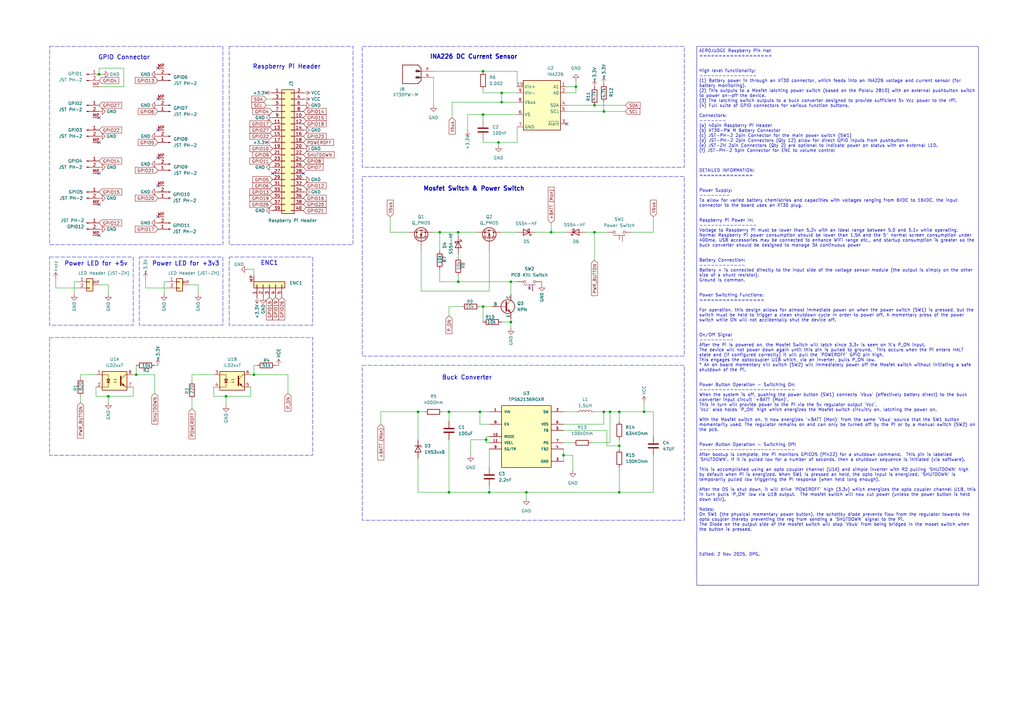
<source format=kicad_sch>
(kicad_sch (version 20250114) (generator "eeschema") (generator_version "9.0")
  (paper "A3")
  (lib_symbols
    (symbol "Connector_Generic:Conn_02x20_Odd_Even" (pin_names (offset 1.016) (hide yes))
      (property "Reference" "J" (at 1.27 25.4 0))
      (property "Value" "Conn_02x20_Odd_Even" (at 1.27 -27.94 0))
      (symbol "Conn_02x20_Odd_Even_1_1"
        (pin passive line (at -5.08 22.86 0) (length 3.81) (name "Pin_1") (number "1"))
        (pin passive line (at -5.08 20.32 0) (length 3.81) (name "Pin_3") (number "3"))
        (pin passive line (at -5.08 17.78 0) (length 3.81) (name "Pin_5") (number "5"))
        (pin passive line (at -5.08 15.24 0) (length 3.81) (name "Pin_7") (number "7"))
        (pin passive line (at -5.08 12.7 0) (length 3.81) (name "Pin_9") (number "9"))
        (pin passive line (at -5.08 10.16 0) (length 3.81) (name "Pin_11") (number "11"))
        (pin passive line (at -5.08 7.62 0) (length 3.81) (name "Pin_13") (number "13"))
        (pin passive line (at -5.08 5.08 0) (length 3.81) (name "Pin_15") (number "15"))
        (pin passive line (at -5.08 2.54 0) (length 3.81) (name "Pin_17") (number "17"))
        (pin passive line (at -5.08 0 0) (length 3.81) (name "Pin_19") (number "19"))
        (pin passive line (at -5.08 -2.54 0) (length 3.81) (name "Pin_21") (number "21"))
        (pin passive line (at -5.08 -5.08 0) (length 3.81) (name "Pin_23") (number "23"))
        (pin passive line (at -5.08 -7.62 0) (length 3.81) (name "Pin_25") (number "25"))
        (pin passive line (at -5.08 -10.16 0) (length 3.81) (name "Pin_27") (number "27"))
        (pin passive line (at -5.08 -12.7 0) (length 3.81) (name "Pin_29") (number "29"))
        (pin passive line (at -5.08 -15.24 0) (length 3.81) (name "Pin_31") (number "31"))
        (pin passive line (at -5.08 -17.78 0) (length 3.81) (name "Pin_33") (number "33"))
        (pin passive line (at -5.08 -20.32 0) (length 3.81) (name "Pin_35") (number "35"))
        (pin passive line (at -5.08 -22.86 0) (length 3.81) (name "Pin_37") (number "37"))
        (pin passive line (at -5.08 -25.4 0) (length 3.81) (name "Pin_39") (number "39"))
        (pin passive line (at 7.62 22.86 180) (length 3.81) (name "Pin_2") (number "2"))
        (pin passive line (at 7.62 20.32 180) (length 3.81) (name "Pin_4") (number "4"))
        (pin passive line (at 7.62 17.78 180) (length 3.81) (name "Pin_6") (number "6"))
        (pin passive line (at 7.62 15.24 180) (length 3.81) (name "Pin_8") (number "8"))
        (pin passive line (at 7.62 12.7 180) (length 3.81) (name "Pin_10") (number "10"))
        (pin passive line (at 7.62 10.16 180) (length 3.81) (name "Pin_12") (number "12"))
        (pin passive line (at 7.62 7.62 180) (length 3.81) (name "Pin_14") (number "14"))
        (pin passive line (at 7.62 5.08 180) (length 3.81) (name "Pin_16") (number "16"))
        (pin passive line (at 7.62 2.54 180) (length 3.81) (name "Pin_18") (number "18"))
        (pin passive line (at 7.62 0 180) (length 3.81) (name "Pin_20") (number "20"))
        (pin passive line (at 7.62 -2.54 180) (length 3.81) (name "Pin_22") (number "22"))
        (pin passive line (at 7.62 -5.08 180) (length 3.81) (name "Pin_24") (number "24"))
        (pin passive line (at 7.62 -7.62 180) (length 3.81) (name "Pin_26") (number "26"))
        (pin passive line (at 7.62 -10.16 180) (length 3.81) (name "Pin_28") (number "28"))
        (pin passive line (at 7.62 -12.7 180) (length 3.81) (name "Pin_30") (number "30"))
        (pin passive line (at 7.62 -15.24 180) (length 3.81) (name "Pin_32") (number "32"))
        (pin passive line (at 7.62 -17.78 180) (length 3.81) (name "Pin_34") (number "34"))
        (pin passive line (at 7.62 -20.32 180) (length 3.81) (name "Pin_36") (number "36"))
        (pin passive line (at 7.62 -22.86 180) (length 3.81) (name "Pin_38") (number "38"))
        (pin passive line (at 7.62 -25.4 180) (length 3.81) (name "Pin_40") (number "40"))
      )
    )
    (symbol "Device:C" (pin_numbers (hide yes)) (pin_names (offset 0.254))
      (property "Reference" "C" (at 0.635 2.54 0))
      (property "Value" "C" (at 0.635 -2.54 0))
      (symbol "C_1_1"
        (pin passive line (at 0 3.81 270) (length 2.794) (name "~") (number "1"))
        (pin passive line (at 0 -3.81 90) (length 2.794) (name "~") (number "2"))
      )
    )
    (symbol "Device:L" (pin_numbers (hide yes)) (pin_names (offset 1.016) (hide yes))
      (property "Reference" "L" (at -1.27 0 90))
      (property "Value" "L" (at 1.905 0 90))
      (symbol "L_1_1"
        (pin passive line (at 0 3.81 270) (length 1.27) (name "1") (number "1"))
        (pin passive line (at 0 -3.81 90) (length 1.27) (name "2") (number "2"))
      )
    )
    (symbol "Device:Q_PMOS" (pin_numbers (hide yes)) (pin_names (offset 0) (hide yes))
      (property "Reference" "Q" (at 5.08 1.27 0))
      (property "Value" "Q_PMOS" (at 5.08 -1.27 0))
      (symbol "Q_PMOS_1_1"
        (pin input line (at -5.08 0 0) (length 2.54) (name "G") (number "G"))
        (pin passive line (at 2.54 5.08 270) (length 2.54) (name "D") (number "D"))
        (pin passive line (at 2.54 -5.08 90) (length 2.54) (name "S") (number "S"))
      )
    )
    (symbol "Device:R" (pin_numbers (hide yes)) (pin_names (offset 0))
      (property "Reference" "R" (at 2.032 0 90))
      (property "Value" "R" (at 0 0 90))
      (symbol "R_1_1"
        (pin passive line (at 0 3.81 270) (length 1.27) (name "~") (number "1"))
        (pin passive line (at 0 -3.81 90) (length 1.27) (name "~") (number "2"))
      )
    )
    (symbol "Diode:1N53xxB" (pin_numbers (hide yes)) (pin_names (hide yes))
      (property "Reference" "D" (at 0 2.54 0))
      (property "Value" "1N53xxB" (at 0 -2.54 0))
      (symbol "1N53xxB_1_1"
        (pin passive line (at -3.81 0 0) (length 2.54) (name "K") (number "1"))
        (pin passive line (at 3.81 0 180) (length 2.54) (name "A") (number "2"))
      )
    )
    (symbol "Diode:1N5822" (pin_numbers (hide yes)) (pin_names (offset 1.016) (hide yes))
      (property "Reference" "D" (at 0 2.54 0))
      (property "Value" "1N5822" (at 0 -2.54 0))
      (symbol "1N5822_1_1"
        (pin passive line (at -3.81 0 0) (length 2.54) (name "K") (number "1"))
        (pin passive line (at 3.81 0 180) (length 2.54) (name "A") (number "2"))
      )
    )
    (symbol "ProjectSymbols:ILD2xxT" (pin_names (offset 1.016))
      (property "Reference" "U" (at -5.08 5.08 0))
      (property "Value" "ILD2xxT" (at 0 5.08 0))
      (symbol "ILD2xxT_1_1"
        (pin passive line (at -7.62 2.54 0) (length 2.54) (name "~") (number "1"))
        (pin passive line (at -7.62 -2.54 0) (length 2.54) (name "~") (number "2"))
        (pin passive line (at 7.62 2.54 180) (length 2.54) (name "~") (number "8"))
        (pin passive line (at 7.62 -2.54 180) (length 2.54) (name "~") (number "7"))
      )
      (symbol "ILD2xxT_2_1"
        (pin passive line (at -7.62 2.54 0) (length 2.54) (name "~") (number "3"))
        (pin passive line (at -7.62 -2.54 0) (length 2.54) (name "~") (number "4"))
        (pin passive line (at 7.62 2.54 180) (length 2.54) (name "~") (number "6"))
        (pin passive line (at 7.62 -2.54 180) (length 2.54) (name "~") (number "5"))
      )
    )
    (symbol "ProjectSymbols:JST-SH-2-SMT" (pin_names (offset 1.016) (hide yes))
      (property "Reference" "J" (at 0 2.54 0))
      (property "Value" "JST-SH-2-SMT" (at 0 -5.08 0))
      (symbol "JST-SH-2-SMT_1_1"
        (pin passive line (at -5.08 0 0) (length 3.81) (name "Pin_1") (number "1"))
        (pin passive line (at -5.08 -2.54 0) (length 3.81) (name "Pin_2") (number "2"))
        (pin unspecified line (at 3.81 -1.27 180) (length 2.54) (name "MP") (number "MP"))
      )
    )
    (symbol "ProjectSymbols:SW_Push_WithMP" (pin_numbers (hide yes)) (pin_names (offset 1.016) (hide yes))
      (property "Reference" "SW" (at 1.27 2.54 0))
      (property "Value" "SW_Push_WithMP" (at 0 -1.524 0))
      (symbol "SW_Push_WithMP_0_1"
        (pin passive line (at -5.08 0 0) (length 2.54) (name "1") (number "1"))
        (pin passive line (at 5.08 0 180) (length 2.54) (name "2") (number "2"))
      )
      (symbol "SW_Push_WithMP_1_1"
        (pin unspecified line (at -1.27 3.81 270) (length 2.54) (name "MP") (number "MP"))
      )
    )
    (symbol "Sensor_Energy:INA226"
      (property "Reference" "U5" (at 2.1433 15.24 0))
      (property "Value" "INA226" (at 2.1433 12.7 0))
      (symbol "INA226_1_1"
        (pin input line (at -10.16 7.62 0) (length 2.54) (name "Vin+") (number "10"))
        (pin input line (at -10.16 5.08 0) (length 2.54) (name "Vin-") (number "9"))
        (pin input line (at -10.16 1.27 0) (length 2.54) (name "Vbus") (number "8"))
        (pin power_in line (at -10.16 -3.81 0) (length 2.54) (name "VS") (number "6"))
        (pin power_in line (at -10.16 -8.89 0) (length 2.54) (name "GND") (number "7"))
        (pin input line (at 10.16 7.62 180) (length 2.54) (name "A1") (number "1"))
        (pin input line (at 10.16 5.08 180) (length 2.54) (name "A0") (number "2"))
        (pin bidirectional line (at 10.16 0 180) (length 2.54) (name "SDA") (number "4"))
        (pin input line (at 10.16 -2.54 180) (length 2.54) (name "SCL") (number "5"))
        (pin open_collector line (at 10.16 -7.62 180) (length 2.54) (name "~{Alert}") (number "3"))
      )
    )
    (symbol "Simulation_SPICE:NPN" (pin_numbers (hide yes)) (pin_names (offset 0))
      (property "Reference" "Q" (at -2.54 7.62 0))
      (property "Value" "NPN" (at -2.54 5.08 0))
      (symbol "NPN_1_1"
        (pin input line (at -5.08 0 0) (length 2.54) (name "B") (number "2"))
        (pin open_collector line (at 2.54 5.08 270) (length 2.54) (name "C") (number "1"))
        (pin open_emitter line (at 2.54 -5.08 90) (length 2.54) (name "E") (number "3"))
      )
    )
    (symbol "TPS62136RGXR:TPS62136RGXR" (pin_names (offset 1.016))
      (property "Reference" "U" (at -10.16 13.462 0))
      (property "Value" "TPS62136RGXR" (at -10.16 -15.24 0))
      (symbol "TPS62136RGXR_0_0"
        (pin input line (at -15.24 10.16 0) (length 5.08) (name "VIN") (number "1"))
        (pin input line (at -15.24 5.08 0) (length 5.08) (name "EN") (number "8"))
        (pin input line (at -15.24 0 0) (length 5.08) (name "MODE") (number "10"))
        (pin input line (at -15.24 -2.54 0) (length 5.08) (name "VSEL") (number "11"))
        (pin input line (at -15.24 -5.08 0) (length 5.08) (name "SS/TR") (number "9"))
        (pin output line (at 15.24 10.16 180) (length 5.08) (name "SW") (number "2"))
        (pin input line (at 15.24 5.08 180) (length 5.08) (name "VOS") (number "6"))
        (pin input line (at 15.24 2.54 180) (length 5.08) (name "FB") (number "5"))
        (pin output line (at 15.24 -2.54 180) (length 5.08) (name "PG") (number "7"))
        (pin output line (at 15.24 -5.08 180) (length 5.08) (name "FB2") (number "4"))
        (pin power_in line (at 15.24 -10.16 180) (length 5.08) (name "GND") (number "3"))
      )
    )
    (symbol "XT30PW-M:XT30PW-M" (pin_names (offset 1.016))
      (property "Reference" "J" (at -7.62 3.302 0))
      (property "Value" "XT30PW-M" (at -7.62 -7.62 0))
      (symbol "XT30PW-M_0_0"
        (pin power_in line (at 5.08 0 180) (length 5.08) (name "P") (number "P"))
        (pin power_in line (at 5.08 -2.54 180) (length 5.08) (name "N") (number "N"))
      )
    )
    (symbol "aerojudge:Conn_01x02_Pin_WITH_MP" (pin_names (offset 1.016) (hide yes))
      (property "Reference" "J" (at 0 2.54 0))
      (property "Value" "Conn_01x02_Pin_WITH_MP" (at 0 -6.858 0))
      (symbol "Conn_01x02_Pin_WITH_MP_1_1"
        (pin passive line (at 5.08 0 180) (length 3.81) (name "Pin_1") (number "1"))
        (pin passive line (at 5.08 -2.54 180) (length 3.81) (name "Pin_2") (number "2"))
        (pin unspecified line (at 5.08 -5.08 180) (length 2.54) (name "MP") (number "MP"))
      )
    )
    (symbol "aerojudge:Conn_01x05_WITH_MP" (pin_names (offset 1.016) (hide yes))
      (property "Reference" "J" (at 0 7.62 0))
      (property "Value" "Conn_01x05_WITH_MP" (at 0 -7.62 0))
      (symbol "Conn_01x05_WITH_MP_1_1"
        (pin passive line (at -5.08 5.08 0) (length 3.81) (name "Pin_1") (number "1"))
        (pin passive line (at -5.08 2.54 0) (length 3.81) (name "Pin_2") (number "2"))
        (pin passive line (at -5.08 0 0) (length 3.81) (name "Pin_3") (number "3"))
        (pin passive line (at -5.08 -2.54 0) (length 3.81) (name "Pin_4") (number "4"))
        (pin passive line (at -5.08 -5.08 0) (length 3.81) (name "Pin_5") (number "5"))
        (pin unspecified line (at 3.81 6.35 180) (length 2.54) (name "MP") (number "MP"))
      )
    )
    (symbol "power:+3.3V" (power) (pin_numbers (hide yes)) (pin_names (offset 0) (hide yes))
      (property "Value" "+3.3V" (at 0 3.556 0))
      (symbol "+3.3V_1_1"
        (pin power_in line (at 0 0 90) (length 0) (name "~") (number "1"))
      )
    )
    (symbol "power:GND" (power) (pin_numbers (hide yes)) (pin_names (offset 0) (hide yes))
      (property "Value" "GND" (at 0 -3.81 0))
      (symbol "GND_1_1"
        (pin power_in line (at 0 0 270) (length 0) (name "~") (number "1"))
      )
    )
    (symbol "power:VCC" (power) (pin_numbers (hide yes)) (pin_names (offset 0) (hide yes))
      (property "Value" "VCC" (at 0 3.556 0))
      (symbol "VCC_1_1"
        (pin power_in line (at 0 0 90) (length 0) (name "~") (number "1"))
      )
    )
  )
  (rectangle (start 93.98 19.05) (end 144.78 100.33) (stroke (width 0) (type dash)))
  (rectangle (start 20.32 138.43) (end 128.27 186.69) (stroke (width 0) (type dash)))
  (rectangle (start 148.59 19.05) (end 280.67 68.58) (stroke (width 0) (type dash)))
  (rectangle (start 20.32 19.05) (end 91.44 100.33) (stroke (width 0) (type dash)))
  (rectangle (start 57.15 105.41) (end 91.44 133.35) (stroke (width 0) (type dash)))
  (rectangle (start 148.59 149.86) (end 280.67 213.36) (stroke (width 0) (type dash)))
  (rectangle (start 93.98 105.41) (end 128.27 133.35) (stroke (width 0) (type dash)))
  (rectangle (start 20.32 105.41) (end 54.61 133.35) (stroke (width 0) (type dash)))
  (rectangle (start 148.59 72.39) (end 280.67 146.05) (stroke (width 0) (type dash)))
  (text "Power LED for +3v3\n" (at 76.2 108.204 0) (effects (font (size 1.778 1.778) (thickness 0.254) (bold yes))))
  (text "Power LED for +5v" (at 39.37 108.204 0) (effects (font (size 1.778 1.778) (thickness 0.254) (bold yes))))
  (text "Buck Converter" (at 191.516 154.94 0) (effects (font (size 1.778 1.778) (thickness 0.254) (bold yes))))
  (text "INA226 DC Current Sensor" (at 194.31 23.368 0) (effects (font (size 1.778 1.778) (thickness 0.3556) (bold yes))))
  (text "Mosfet Switch & Power Switch " (at 195.072 77.47 0) (effects (font (size 1.778 1.778) (thickness 0.3556) (bold yes))))
  (text "GPIO Connector " (at 51.562 23.622 0) (effects (font (size 1.778 1.778) (thickness 0.254) (bold yes))))
  (text "Raspberry Pi Header" (at 117.602 27.432 0) (effects (font (size 1.778 1.778) (thickness 0.254) (bold yes))))
  (text "ENC1" (at 110.49 107.95 0) (effects (font (size 1.778 1.778) (thickness 0.254) (bold yes))))
  (text_box "AEROJUDGE Raspberry Pi4 Hat\n===================\n\n\nHigh level functionality:\n---------------\n(1) Battery power in through an XT30 connector, which feeds into an INA226 voltage and current sensor (for battery monitoring). \n(2) This outputs to a Mosfet latching power switch (based on the Pololu 2810) with an external pushbutton switch to power on-off the device. \n(3) The latching switch outputs to a buck converter designed to provide sufficient 5v Vcc power to the rPi.\n(4) Full suite of GPIO connectors for various function buttons.\n\nConnectors:\n-------\n(a) 40pin Raspberry Pi Header\n(b) XT30-PW M Battery Connector\n(c) JST-PH-2 2pin Connector for the main power switch (SW1)\n(d) JST-PH-2 2pin Connectors (Qty 12) allow for direct GPIO inputs from pushbuttons\n(e) JST-ZH 2pin Connectors (Qty 2) are optional to indicate power on status with an external LED.\n(f) JST-PH-2 5pin Connector for ENC to volume control\n\n\n\nDETAILED INFORMATION:\n==============\n\n\nPower Supply:\n--------\nTo allow for varied battery chemistries and capacities with voltages ranging from 6VDC to 16VDC, the input connector to the board uses an XT30 plug.\n\n\nRaspberry Pi Power In:\n---------------\nVoltage to Raspberry Pi must be lower than 5.2v with an ideal range between 5.0 and 5.1v while operating. Normal Raspberry Pi power consumption should be lower than 1.5A and the 5\" normal screen consumption under 400ma. USB accessories may be connected to enhance WiFi range etc., and startup consumption is greater so the buck converter should be designed to manage 3A continuous power \n\n\nBattery Connection:\n------------\nBattery + is connected directly to the input side of the voltage sensor module (the output is simply on the other size of a shunt resistor).\nGround is common.\n\n\nPower Switching Functions:\n=================\n\nFor operation, this design allows for almost immediate power on when the power switch (SW1) is pressed, but the switch must be held to trigger a clean shutdown cycle in order to power off. A momentary press of the power switch while ON will not accidentally shut the device off. \n\n\nOn/Off Signal\n---------\nAfter the Pi is powered on, the Mosfet Switch will latch since 3.3v is seen on it's P_ON input.\nThe device will not power down again until this pin is pulled to ground.  This occurs when the Pi enters HALT state and (if configured correctly) it will pull the 'POWEROFF' GPIO pin high.\nThis engages the optocoupler U1B which, via an inverter, pulls P_ON low. \n* An on board momentary kill switch (SW2) will immediately power off the Mosfet switch without initiating a safe shutdown of the Pi.\n\n\nPower Button Operation - Switching On:\n-------------------------\nWhen the system is off, pushing the power button (SW1) connects 'Vbus' (effectively battery direct) to the buck converter input circuit '+BATT (Mon)'.\nThis in turn will provide power to the Pi via the 5v regulator output 'Vcc'.  \n'Vcc' also holds 'P_ON' high which energizes the Mosfet switch circuitry on, latching the power on.\n\nWith the Mosfet switch on, it now energizes '+BATT (Mon)' from the same 'Vbus' source that the SW1 button momentarily used. The regulator remains on and can only be turned off by the Pi or by a manual switch (SW2) on the pcb.\n\n\nPower Button Operation - Switching Off:\n-------------------------\nAfter bootup is complete, the Pi monitors GPIO25 (Pin22) for a shutdown command.  This pin is labelled 'SHUTDOWN'. If it is pulled low for a number of seconds, then a shutdown sequence is initiated (via software).\n\nThis is accomplished using an opto coupler channel (U1A) and simple inverter with R2 pulling 'SHUTDOWN' high by default when Pi is energized. When SW1 is pressed an held, the opto input is energized, 'SHUTDOWN' is temporarily pulled low triggering the Pi response (when held long enough).\n\nAfter the OS is shut down, it will drive 'POWEROFF' high (3.3v) which energizes the opto coupler channel U1B, this in turn pulls 'P_ON' low via U1B output.  The mosfet switch will now cut power (unless the power button is held down still).\n\nNotes: \nOn SW1 (the physical momentary power button), the schottky diode prevents flow from the regulator towards the opto coupler thereby preventing the reg from sending a 'SHUTDOWN' signal to the Pi.\nThe Diode on the output side of the mosfet switch will stop 'Vbus' from being bridged in the moset switch when the button is pressed.\n\n\n\n\nEdited: 2 Nov 2025, DPG.\n\n\n\n\n\n\n\n\n" (at 285.75 19.05 0) (size 115.57 220.98) (margins 0.9525 0.9525 0.9525 0.9525) (effects (font (size 1.27 1.27)) (justify left top)))
  (junction (at 198.12 46.99))
  (junction (at 180.34 95.25))
  (junction (at 205.74 41.91))
  (junction (at 184.15 168.91))
  (junction (at 243.84 95.25))
  (junction (at 104.14 153.67))
  (junction (at 231.14 186.69))
  (junction (at 187.96 115.57))
  (junction (at 92.71 162.56))
  (junction (at 198.12 125.73))
  (junction (at 196.85 168.91))
  (junction (at 215.9 201.93))
  (junction (at 204.47 58.42))
  (junction (at 254 201.93))
  (junction (at 247.65 168.91))
  (junction (at 198.12 29.21))
  (junction (at 209.55 132.08))
  (junction (at 44.45 162.56))
  (junction (at 209.55 115.57))
  (junction (at 55.88 153.67))
  (junction (at 264.16 168.91))
  (junction (at 205.74 38.1))
  (junction (at 226.06 95.25))
  (junction (at 187.96 95.25))
  (junction (at 254 168.91))
  (junction (at 250.19 168.91))
  (junction (at 199.39 180.34))
  (junction (at 40.64 30.48))
  (junction (at 184.15 201.93))
  (junction (at 171.45 168.91))
  (junction (at 254 182.88))
  (junction (at 200.66 201.93))
  (junction (at 236.22 35.56))
  (junction (at 247.65 45.72))
  (junction (at 243.84 43.18))
  (no_connect (at 64.77 76.2))
  (no_connect (at 64.77 40.64))
  (no_connect (at 232.41 50.8))
  (no_connect (at 217.17 118.11))
  (no_connect (at 40.64 96.52))
  (no_connect (at 40.64 83.82))
  (no_connect (at 64.77 53.34))
  (no_connect (at 40.64 48.26))
  (no_connect (at 64.77 88.9))
  (no_connect (at 40.64 58.42))
  (no_connect (at 64.77 27.94))
  (no_connect (at 124.46 71.12))
  (no_connect (at 111.76 71.12))
  (no_connect (at 40.64 71.12))
  (no_connect (at 64.77 64.77))
  (wire (pts (xy 199.39 181.61) (xy 199.39 180.34)))
  (wire (pts (xy 184.15 129.54) (xy 184.15 125.73)))
  (wire (pts (xy 44.45 162.56) (xy 54.61 162.56)))
  (wire (pts (xy 248.92 176.53) (xy 248.92 182.88)))
  (wire (pts (xy 247.65 173.99) (xy 247.65 168.91)))
  (wire (pts (xy 243.84 106.68) (xy 243.84 95.25)))
  (wire (pts (xy 196.85 168.91) (xy 200.66 168.91)))
  (wire (pts (xy 234.95 193.04) (xy 234.95 186.69)))
  (wire (pts (xy 177.8 95.25) (xy 180.34 95.25)))
  (wire (pts (xy 102.87 162.56) (xy 102.87 158.75)))
  (wire (pts (xy 180.34 110.49) (xy 180.34 115.57)))
  (wire (pts (xy 243.84 168.91) (xy 247.65 168.91)))
  (wire (pts (xy 264.16 165.1) (xy 264.16 168.91)))
  (wire (pts (xy 267.97 186.69) (xy 267.97 201.93)))
  (wire (pts (xy 191.77 46.99) (xy 191.77 53.34)))
  (wire (pts (xy 209.55 115.57) (xy 187.96 115.57)))
  (wire (pts (xy 247.65 45.72) (xy 256.54 45.72)))
  (wire (pts (xy 200.66 201.93) (xy 200.66 199.39)))
  (wire (pts (xy 234.95 186.69) (xy 231.14 186.69)))
  (wire (pts (xy 40.64 27.94) (xy 40.64 30.48)))
  (wire (pts (xy 212.09 95.25) (xy 205.74 95.25)))
  (wire (pts (xy 198.12 38.1) (xy 198.12 36.83)))
  (wire (pts (xy 193.04 180.34) (xy 199.39 180.34)))
  (wire (pts (xy 41.91 30.48) (xy 40.64 30.48)))
  (wire (pts (xy 78.74 153.67) (xy 87.63 153.67)))
  (wire (pts (xy 195.58 95.25) (xy 187.96 95.25)))
  (wire (pts (xy 267.97 168.91) (xy 264.16 168.91)))
  (wire (pts (xy 109.22 43.18) (xy 111.76 43.18)))
  (wire (pts (xy 200.66 181.61) (xy 199.39 181.61)))
  (wire (pts (xy 185.42 41.91) (xy 205.74 41.91)))
  (wire (pts (xy 101.6 110.49) (xy 104.14 110.49)))
  (wire (pts (xy 204.47 58.42) (xy 212.09 58.42)))
  (wire (pts (xy 87.63 162.56) (xy 92.71 162.56)))
  (wire (pts (xy 33.02 153.67) (xy 39.37 153.67)))
  (wire (pts (xy 200.66 102.87) (xy 200.66 119.38)))
  (wire (pts (xy 50.8 35.56) (xy 40.64 35.56)))
  (wire (pts (xy 177.8 31.75) (xy 177.8 43.18)))
  (wire (pts (xy 184.15 125.73) (xy 189.23 125.73)))
  (wire (pts (xy 196.85 173.99) (xy 196.85 168.91)))
  (wire (pts (xy 102.87 153.67) (xy 104.14 153.67)))
  (wire (pts (xy 242.57 181.61) (xy 250.19 181.61)))
  (wire (pts (xy 198.12 38.1) (xy 205.74 38.1)))
  (wire (pts (xy 78.74 163.83) (xy 78.74 167.64)))
  (wire (pts (xy 200.66 173.99) (xy 196.85 173.99)))
  (wire (pts (xy 198.12 58.42) (xy 198.12 57.15)))
  (wire (pts (xy 33.02 162.56) (xy 33.02 165.1)))
  (wire (pts (xy 215.9 201.93) (xy 215.9 204.47)))
  (wire (pts (xy 40.64 116.84) (xy 44.45 116.84)))
  (wire (pts (xy 191.77 46.99) (xy 198.12 46.99)))
  (wire (pts (xy 184.15 172.72) (xy 184.15 168.91)))
  (wire (pts (xy 193.04 186.69) (xy 193.04 180.34)))
  (wire (pts (xy 212.09 52.07) (xy 212.09 58.42)))
  (wire (pts (xy 209.55 130.81) (xy 209.55 132.08)))
  (wire (pts (xy 212.09 29.21) (xy 198.12 29.21)))
  (wire (pts (xy 160.02 88.9) (xy 160.02 95.25)))
  (wire (pts (xy 231.14 176.53) (xy 248.92 176.53)))
  (wire (pts (xy 184.15 180.34) (xy 184.15 201.93)))
  (wire (pts (xy 209.55 132.08) (xy 209.55 134.62)))
  (wire (pts (xy 22.86 114.3) (xy 22.86 118.11)))
  (wire (pts (xy 92.71 166.37) (xy 92.71 162.56)))
  (wire (pts (xy 248.92 182.88) (xy 254 182.88)))
  (wire (pts (xy 250.19 181.61) (xy 250.19 168.91)))
  (wire (pts (xy 231.14 186.69) (xy 231.14 189.23)))
  (wire (pts (xy 259.08 95.25) (xy 267.97 95.25)))
  (wire (pts (xy 236.22 38.1) (xy 232.41 38.1)))
  (wire (pts (xy 184.15 168.91) (xy 196.85 168.91)))
  (wire (pts (xy 232.41 43.18) (xy 243.84 43.18)))
  (wire (pts (xy 236.22 33.02) (xy 236.22 35.56)))
  (wire (pts (xy 59.69 114.3) (xy 59.69 118.11)))
  (wire (pts (xy 232.41 35.56) (xy 236.22 35.56)))
  (wire (pts (xy 205.74 38.1) (xy 205.74 41.91)))
  (wire (pts (xy 198.12 125.73) (xy 201.93 125.73)))
  (wire (pts (xy 54.61 162.56) (xy 54.61 158.75)))
  (wire (pts (xy 212.09 38.1) (xy 205.74 38.1)))
  (wire (pts (xy 180.34 95.25) (xy 187.96 95.25)))
  (wire (pts (xy 171.45 168.91) (xy 171.45 180.34)))
  (wire (pts (xy 104.14 149.86) (xy 105.41 149.86)))
  (wire (pts (xy 31.75 115.57) (xy 30.48 115.57)))
  (wire (pts (xy 180.34 115.57) (xy 187.96 115.57)))
  (wire (pts (xy 68.58 115.57) (xy 67.31 115.57)))
  (wire (pts (xy 212.09 35.56) (xy 212.09 29.21)))
  (wire (pts (xy 104.14 113.03) (xy 104.14 110.49)))
  (wire (pts (xy 198.12 46.99) (xy 212.09 46.99)))
  (wire (pts (xy 204.47 58.42) (xy 204.47 59.69)))
  (wire (pts (xy 177.8 29.21) (xy 198.12 29.21)))
  (wire (pts (xy 184.15 201.93) (xy 200.66 201.93)))
  (wire (pts (xy 247.65 41.91) (xy 247.65 45.72)))
  (wire (pts (xy 196.85 125.73) (xy 198.12 125.73)))
  (wire (pts (xy 205.74 132.08) (xy 209.55 132.08)))
  (wire (pts (xy 77.47 116.84) (xy 81.28 116.84)))
  (wire (pts (xy 173.99 168.91) (xy 171.45 168.91)))
  (wire (pts (xy 187.96 104.14) (xy 187.96 105.41)))
  (wire (pts (xy 267.97 168.91) (xy 267.97 179.07)))
  (wire (pts (xy 113.03 149.86) (xy 114.3 149.86)))
  (wire (pts (xy 250.19 168.91) (xy 254 168.91)))
  (wire (pts (xy 67.31 115.57) (xy 67.31 120.65)))
  (wire (pts (xy 205.74 41.91) (xy 212.09 41.91)))
  (wire (pts (xy 181.61 168.91) (xy 184.15 168.91)))
  (wire (pts (xy 215.9 201.93) (xy 200.66 201.93)))
  (wire (pts (xy 63.5 161.29) (xy 63.5 153.67)))
  (wire (pts (xy 78.74 153.67) (xy 78.74 156.21)))
  (wire (pts (xy 50.8 27.94) (xy 40.64 27.94)))
  (wire (pts (xy 254 191.77) (xy 254 201.93)))
  (wire (pts (xy 231.14 181.61) (xy 234.95 181.61)))
  (wire (pts (xy 212.09 115.57) (xy 209.55 115.57)))
  (wire (pts (xy 63.5 149.86) (xy 64.77 149.86)))
  (wire (pts (xy 267.97 95.25) (xy 267.97 88.9)))
  (wire (pts (xy 104.14 153.67) (xy 118.11 153.67)))
  (wire (pts (xy 54.61 153.67) (xy 55.88 153.67)))
  (wire (pts (xy 22.86 118.11) (xy 31.75 118.11)))
  (wire (pts (xy 219.71 95.25) (xy 226.06 95.25)))
  (wire (pts (xy 59.69 118.11) (xy 68.58 118.11)))
  (wire (pts (xy 172.72 102.87) (xy 172.72 119.38)))
  (wire (pts (xy 87.63 162.56) (xy 87.63 158.75)))
  (wire (pts (xy 55.88 153.67) (xy 63.5 153.67)))
  (wire (pts (xy 55.88 149.86) (xy 55.88 153.67)))
  (wire (pts (xy 81.28 116.84) (xy 81.28 120.65)))
  (wire (pts (xy 156.21 168.91) (xy 156.21 173.99)))
  (wire (pts (xy 226.06 91.44) (xy 226.06 95.25)))
  (wire (pts (xy 243.84 43.18) (xy 256.54 43.18)))
  (wire (pts (xy 187.96 95.25) (xy 187.96 96.52)))
  (wire (pts (xy 199.39 179.07) (xy 200.66 179.07)))
  (wire (pts (xy 254 201.93) (xy 215.9 201.93)))
  (wire (pts (xy 200.66 184.15) (xy 200.66 191.77)))
  (wire (pts (xy 104.14 149.86) (xy 104.14 153.67)))
  (wire (pts (xy 199.39 180.34) (xy 199.39 179.07)))
  (wire (pts (xy 222.25 115.57) (xy 222.25 116.84)))
  (wire (pts (xy 33.02 153.67) (xy 33.02 154.94)))
  (wire (pts (xy 254 180.34) (xy 254 182.88)))
  (wire (pts (xy 44.45 116.84) (xy 44.45 120.65)))
  (wire (pts (xy 247.65 168.91) (xy 250.19 168.91)))
  (wire (pts (xy 267.97 201.93) (xy 254 201.93)))
  (wire (pts (xy 156.21 168.91) (xy 171.45 168.91)))
  (wire (pts (xy 187.96 113.03) (xy 187.96 115.57)))
  (wire (pts (xy 109.22 40.64) (xy 111.76 40.64)))
  (wire (pts (xy 254 182.88) (xy 254 184.15)))
  (wire (pts (xy 240.03 95.25) (xy 243.84 95.25)))
  (wire (pts (xy 39.37 162.56) (xy 44.45 162.56)))
  (wire (pts (xy 254 168.91) (xy 254 172.72)))
  (wire (pts (xy 231.14 184.15) (xy 231.14 186.69)))
  (wire (pts (xy 231.14 168.91) (xy 236.22 168.91)))
  (wire (pts (xy 44.45 162.56) (xy 44.45 165.1)))
  (wire (pts (xy 232.41 45.72) (xy 247.65 45.72)))
  (wire (pts (xy 231.14 173.99) (xy 247.65 173.99)))
  (wire (pts (xy 171.45 201.93) (xy 184.15 201.93)))
  (wire (pts (xy 39.37 158.75) (xy 39.37 162.56)))
  (wire (pts (xy 171.45 187.96) (xy 171.45 201.93)))
  (wire (pts (xy 209.55 115.57) (xy 209.55 120.65)))
  (wire (pts (xy 236.22 35.56) (xy 236.22 38.1)))
  (wire (pts (xy 180.34 95.25) (xy 180.34 102.87)))
  (wire (pts (xy 248.92 95.25) (xy 243.84 95.25)))
  (wire (pts (xy 172.72 119.38) (xy 200.66 119.38)))
  (wire (pts (xy 92.71 162.56) (xy 102.87 162.56)))
  (wire (pts (xy 198.12 125.73) (xy 198.12 132.08)))
  (wire (pts (xy 160.02 95.25) (xy 167.64 95.25)))
  (wire (pts (xy 198.12 58.42) (xy 204.47 58.42)))
  (wire (pts (xy 226.06 95.25) (xy 232.41 95.25)))
  (wire (pts (xy 118.11 153.67) (xy 118.11 161.29)))
  (wire (pts (xy 198.12 46.99) (xy 198.12 49.53)))
  (wire (pts (xy 254 168.91) (xy 264.16 168.91)))
  (wire (pts (xy 30.48 115.57) (xy 30.48 120.65)))
  (wire (pts (xy 185.42 41.91) (xy 185.42 48.26)))
  (wire (pts (xy 50.8 27.94) (xy 50.8 35.56)))
  (global_label "GPIO6" (shape input) (at 64.77 45.72 180) (property "Intersheetrefs" "${INTERSHEET_REFS}" (effects (hide yes))))
  (global_label "+BATT (Mon)" (shape input) (at 226.06 91.44 90) (property "Intersheetrefs" "${INTERSHEET_REFS}" (effects (hide yes))))
  (global_label "Vbus" (shape input) (at 185.42 48.26 270) (property "Intersheetrefs" "${INTERSHEET_REFS}" (effects (hide yes))))
  (global_label "SHUTDOWN" (shape input) (at 63.5 161.29 270) (property "Intersheetrefs" "${INTERSHEET_REFS}" (effects (hide yes))))
  (global_label "GPIO12" (shape input) (at 40.64 91.44 0) (property "Intersheetrefs" "${INTERSHEET_REFS}" (effects (hide yes))))
  (global_label "GPIO21" (shape input) (at 64.77 69.85 180) (property "Intersheetrefs" "${INTERSHEET_REFS}" (effects (hide yes))))
  (global_label "GPIO19" (shape input) (at 111.76 81.28 180) (property "Intersheetrefs" "${INTERSHEET_REFS}" (effects (hide yes))))
  (global_label "GPIO11" (shape input) (at 111.76 66.04 180) (property "Intersheetrefs" "${INTERSHEET_REFS}" (effects (hide yes))))
  (global_label "GPIO8" (shape input) (at 124.46 66.04 0) (property "Intersheetrefs" "${INTERSHEET_REFS}" (effects (hide yes))))
  (global_label "PWR_BUTTON" (shape input) (at 33.02 165.1 270) (property "Intersheetrefs" "${INTERSHEET_REFS}" (effects (hide yes))))
  (global_label "GPIO16" (shape input) (at 124.46 81.28 0) (property "Intersheetrefs" "${INTERSHEET_REFS}" (effects (hide yes))))
  (global_label "GPIO22" (shape input) (at 111.76 55.88 180) (property "Intersheetrefs" "${INTERSHEET_REFS}" (effects (hide yes))))
  (global_label "GPIO15" (shape input) (at 124.46 48.26 0) (property "Intersheetrefs" "${INTERSHEET_REFS}" (effects (hide yes))))
  (global_label "GPIO5" (shape input) (at 64.77 58.42 180) (property "Intersheetrefs" "${INTERSHEET_REFS}" (effects (hide yes))))
  (global_label "GPIO15" (shape input) (at 40.64 78.74 0) (property "Intersheetrefs" "${INTERSHEET_REFS}" (effects (hide yes))))
  (global_label "GPIO7" (shape input) (at 124.46 68.58 0) (property "Intersheetrefs" "${INTERSHEET_REFS}" (effects (hide yes))))
  (global_label "GPIO13" (shape input) (at 64.77 33.02 180) (property "Intersheetrefs" "${INTERSHEET_REFS}" (effects (hide yes))))
  (global_label "SCL" (shape input) (at 256.54 45.72 0) (property "Intersheetrefs" "${INTERSHEET_REFS}" (effects (hide yes))))
  (global_label "GPIO26" (shape input) (at 111.76 83.82 180) (property "Intersheetrefs" "${INTERSHEET_REFS}" (effects (hide yes))))
  (global_label "GPIO13" (shape input) (at 111.76 78.74 180) (property "Intersheetrefs" "${INTERSHEET_REFS}" (effects (hide yes))))
  (global_label "GPIO20" (shape input) (at 124.46 83.82 0) (property "Intersheetrefs" "${INTERSHEET_REFS}" (effects (hide yes))))
  (global_label "GPIO10" (shape input) (at 111.76 60.96 180) (property "Intersheetrefs" "${INTERSHEET_REFS}" (effects (hide yes))))
  (global_label "GPIO17" (shape input) (at 64.77 93.98 180) (property "Intersheetrefs" "${INTERSHEET_REFS}" (effects (hide yes))))
  (global_label "SHUTDOWN" (shape input) (at 124.46 63.5 0) (property "Intersheetrefs" "${INTERSHEET_REFS}" (effects (hide yes))))
  (global_label "GPIO4" (shape input) (at 40.64 33.02 0) (property "Intersheetrefs" "${INTERSHEET_REFS}" (effects (hide yes))))
  (global_label "GPIO14" (shape input) (at 124.46 45.72 0) (property "Intersheetrefs" "${INTERSHEET_REFS}" (effects (hide yes))))
  (global_label "P_ON" (shape input) (at 118.11 161.29 270) (property "Intersheetrefs" "${INTERSHEET_REFS}" (effects (hide yes))))
  (global_label "POWEROFF" (shape input) (at 124.46 58.42 0) (property "Intersheetrefs" "${INTERSHEET_REFS}" (effects (hide yes))))
  (global_label "Vbus" (shape input) (at 160.02 88.9 90) (property "Intersheetrefs" "${INTERSHEET_REFS}" (effects (hide yes))))
  (global_label "GPIO21" (shape input) (at 124.46 86.36 0) (property "Intersheetrefs" "${INTERSHEET_REFS}" (effects (hide yes))))
  (global_label "GPIO14" (shape input) (at 40.64 66.04 0) (property "Intersheetrefs" "${INTERSHEET_REFS}" (effects (hide yes))))
  (global_label "GPIO6" (shape input) (at 111.76 76.2 180) (property "Intersheetrefs" "${INTERSHEET_REFS}" (effects (hide yes))))
  (global_label "POWEROFF" (shape input) (at 78.74 167.64 270) (property "Intersheetrefs" "${INTERSHEET_REFS}" (effects (hide yes))))
  (global_label "GPIO27" (shape input) (at 40.64 43.18 0) (property "Intersheetrefs" "${INTERSHEET_REFS}" (effects (hide yes))))
  (global_label "P_ON" (shape input) (at 184.15 129.54 270) (property "Intersheetrefs" "${INTERSHEET_REFS}" (effects (hide yes))))
  (global_label "GPIO16" (shape input) (at 110.49 121.92 270) (property "Intersheetrefs" "${INTERSHEET_REFS}" (effects (hide yes))))
  (global_label "PWR_BUTTON" (shape input) (at 243.84 106.68 270) (property "Intersheetrefs" "${INTERSHEET_REFS}" (effects (hide yes))))
  (global_label "GPIO26" (shape input) (at 115.57 121.92 270) (property "Intersheetrefs" "${INTERSHEET_REFS}" (effects (hide yes))))
  (global_label "SCL" (shape input) (at 109.22 43.18 180) (property "Intersheetrefs" "${INTERSHEET_REFS}" (effects (hide yes))))
  (global_label "GPIO19" (shape input) (at 113.03 121.92 270) (property "Intersheetrefs" "${INTERSHEET_REFS}" (effects (hide yes))))
  (global_label "GPIO12" (shape input) (at 124.46 76.2 0) (property "Intersheetrefs" "${INTERSHEET_REFS}" (effects (hide yes))))
  (global_label "GPIO27" (shape input) (at 111.76 53.34 180) (property "Intersheetrefs" "${INTERSHEET_REFS}" (effects (hide yes))))
  (global_label "GPIO23" (shape input) (at 124.46 55.88 0) (property "Intersheetrefs" "${INTERSHEET_REFS}" (effects (hide yes))))
  (global_label "SDA" (shape input) (at 109.22 40.64 180) (property "Intersheetrefs" "${INTERSHEET_REFS}" (effects (hide yes))))
  (global_label "+BATT (Mon)" (shape input) (at 156.21 173.99 270) (property "Intersheetrefs" "${INTERSHEET_REFS}" (effects (hide yes))))
  (global_label "GPIO22" (shape input) (at 40.64 53.34 0) (property "Intersheetrefs" "${INTERSHEET_REFS}" (effects (hide yes))))
  (global_label "GPIO9" (shape input) (at 111.76 63.5 180) (property "Intersheetrefs" "${INTERSHEET_REFS}" (effects (hide yes))))
  (global_label "Vbus" (shape input) (at 267.97 88.9 90) (property "Intersheetrefs" "${INTERSHEET_REFS}" (effects (hide yes))))
  (global_label "GPIO5" (shape input) (at 111.76 73.66 180) (property "Intersheetrefs" "${INTERSHEET_REFS}" (effects (hide yes))))
  (global_label "GPIO20" (shape input) (at 64.77 81.28 180) (property "Intersheetrefs" "${INTERSHEET_REFS}" (effects (hide yes))))
  (global_label "GPIO4" (shape input) (at 111.76 45.72 180) (property "Intersheetrefs" "${INTERSHEET_REFS}" (effects (hide yes))))
  (global_label "GPIO17" (shape input) (at 111.76 50.8 180) (property "Intersheetrefs" "${INTERSHEET_REFS}" (effects (hide yes))))
  (global_label "SDA" (shape input) (at 256.54 43.18 0) (property "Intersheetrefs" "${INTERSHEET_REFS}" (effects (hide yes))))
  (global_label "GPIO18" (shape input) (at 124.46 50.8 0) (property "Intersheetrefs" "${INTERSHEET_REFS}" (effects (hide yes))))
  (symbol (lib_id "power:GND") (at 111.76 68.58 270) (unit 1)
    (property "Reference" "#PWR022" (effects (hide yes)))
    (property "Value" "GND" (at 106.68 68.58 90))
    (property "Description" "Power symbol creates a global label with name \"GND\" , ground" (effects (hide yes)))
  )
  (symbol (lib_id "power:+3.3V") (at 22.86 114.3 0) (unit 1)
    (property "Reference" "#PWR035" (effects (hide yes)))
    (property "Value" "+vcc" (at 22.86 109.22 90))
    (property "Description" "Power symbol creates a global label with name \"+3.3V\"" (effects (hide yes)))
  )
  (symbol (lib_id "Device:Q_PMOS") (at 172.72 97.79 90) (unit 1)
    (property "Reference" "Q1" (at 172.72 88.9 90))
    (property "Value" "Q_PMOS" (at 172.72 91.44 90))
    (property "Description" "P-MOSFET transistor" (effects (hide yes)))
  )
  (symbol (lib_id "power:GND") (at 64.77 55.88 270) (unit 1)
    (property "Reference" "#PWR011" (effects (hide yes)))
    (property "Value" "GND" (at 59.69 55.88 90))
    (property "Description" "Power symbol creates a global label with name \"GND\" , ground" (effects (hide yes)))
  )
  (symbol (lib_id "power:GND") (at 215.9 204.47 0) (unit 1)
    (property "Reference" "#PWR043" (effects (hide yes)))
    (property "Value" "GND" (at 215.9 209.55 0))
    (property "Description" "Power symbol creates a global label with name \"GND\" , ground" (effects (hide yes)))
  )
  (symbol (lib_id "power:GND") (at 193.04 186.69 0) (unit 1)
    (property "Reference" "#PWR041" (effects (hide yes)))
    (property "Value" "GND" (at 193.04 191.77 0))
    (property "Description" "Power symbol creates a global label with name \"GND\" , ground" (effects (hide yes)))
  )
  (symbol (lib_id "Diode:1N5822") (at 236.22 95.25 0) (mirror x) (unit 1)
    (property "Reference" "D6" (at 236.22 99.06 0))
    (property "Value" "SS54-HF" (at 235.712 92.202 0))
    (property "Footprint" "Diode_SMD:D_SMA" (effects (hide yes)))
    (property "Datasheet" "https://au.mouser.com/datasheet/2/80/20190806165140-2504996.pdf" (effects (hide yes)))
    (property "Description" "40V 5A Schottky Barrier Rectifier Diode, DO-201AD" (effects (hide yes)))
  )
  (symbol (lib_id "power:GND") (at 40.64 45.72 90) (unit 1)
    (property "Reference" "#PWR02" (effects (hide yes)))
    (property "Value" "GND" (at 45.72 45.72 90))
    (property "Description" "Power symbol creates a global label with name \"GND\" , ground" (effects (hide yes)))
  )
  (symbol (lib_id "power:+3.3V") (at 59.69 114.3 0) (unit 1)
    (property "Reference" "#PWR014" (effects (hide yes)))
    (property "Value" "+3.3V" (at 59.69 109.22 90))
    (property "Description" "Power symbol creates a global label with name \"+3.3V\"" (effects (hide yes)))
  )
  (symbol (lib_id "aerojudge:Conn_01x02_Pin_WITH_MP") (at 35.56 66.04 0) (unit 1)
    (property "Reference" "GPIO4" (at 33.782 66.04 0) (effects (justify right)))
    (property "Value" "JST PH-2" (at 33.782 68.58 0) (effects (justify right)))
    (property "Footprint" "Custom_Library:JST_PH_S2B-PH-K_1x02_P2.00mm_Horizontal_MP" (effects (hide yes)))
    (property "Description" "Generic connector, single row, 01x02, script generated" (effects (hide yes)))
  )
  (symbol (lib_id "Device:R") (at 177.8 168.91 90) (unit 1)
    (property "Reference" "R5" (at 177.8 162.56 90))
    (property "Value" "400Ohm" (at 177.8 165.1 90))
    (property "Description" "Resistor" (effects (hide yes)))
  )
  (symbol (lib_id "power:GND") (at 204.47 59.69 0) (unit 1)
    (property "Reference" "#PWR042" (effects (hide yes)))
    (property "Value" "GND" (at 204.47 64.77 0))
    (property "Description" "Power symbol creates a global label with name \"GND\" , ground" (effects (hide yes)))
  )
  (symbol (lib_id "power:GND") (at 44.45 120.65 0) (unit 1)
    (property "Reference" "#PWR051" (effects (hide yes)))
    (property "Value" "GND" (at 44.45 125.73 90))
    (property "Description" "Power symbol creates a global label with name \"GND\" , ground" (effects (hide yes)))
  )
  (symbol (lib_id "aerojudge:Conn_01x05_WITH_MP") (at 110.49 116.84 90) (unit 1)
    (property "Reference" "ENC1" (at 123.952 116.078 90) (effects (justify left)))
    (property "Value" "Encoder_2mm_1x5_MP" (effects (hide yes)))
    (property "Footprint" "Connector_JST:JST_PH_S5B-PH-SM4-TB_1x05-1MP_P2.00mm_Horizontal" (effects (hide yes)))
  )
  (symbol (lib_id "power:VCC") (at 124.46 38.1 270) (unit 1)
    (property "Reference" "#PWR024" (effects (hide yes)))
    (property "Value" "VCC" (at 129.54 38.1 90))
    (property "Description" "Power symbol creates a global label with name \"VCC\"" (effects (hide yes)))
  )
  (symbol (lib_id "power:GND") (at 124.46 60.96 90) (unit 1)
    (property "Reference" "#PWR028" (effects (hide yes)))
    (property "Value" "GND" (at 129.54 60.96 90))
    (property "Description" "Power symbol creates a global label with name \"GND\" , ground" (effects (hide yes)))
  )
  (symbol (lib_id "Diode:1N5822") (at 187.96 100.33 270) (unit 1)
    (property "Reference" "D4" (at 182.372 100.584 0))
    (property "Value" "SS54-HF" (at 184.912 99.822 0))
    (property "Footprint" "Diode_SMD:D_SMA" (effects (hide yes)))
    (property "Datasheet" "https://au.mouser.com/datasheet/2/80/20190806165140-2504996.pdf" (effects (hide yes)))
    (property "Description" "40V 5A Schottky Barrier Rectifier Diode, DO-201AD" (effects (hide yes)))
  )
  (symbol (lib_id "Connector_Generic:Conn_02x20_Odd_Even") (at 116.84 60.96 0) (unit 1)
    (property "Reference" "J3" (at 119.3801 35.56 90) (effects (justify left)))
    (property "Value" "Raspberry Pi Header" (at 109.982 90.424 0) (effects (justify left)))
    (property "Footprint" "Custom_Library:PinHeader_2x20_P2.54mm_RPI" (effects (hide yes)))
  )
  (symbol (lib_id "Device:R") (at 187.96 109.22 0) (unit 1)
    (property "Reference" "R8" (at 189.992 110.236 90) (effects (justify left)))
    (property "Value" "10k" (at 188.214 110.744 90) (effects (justify left)))
    (property "Footprint" "Resistor_SMD:R_1206_3216Metric" (effects (hide yes)))
    (property "Description" "Resistor" (effects (hide yes)))
  )
  (symbol (lib_id "Simulation_SPICE:NPN") (at 207.01 125.73 0) (unit 1)
    (property "Reference" "Q3" (at 212.09 124.4599 0) (effects (justify left)))
    (property "Value" "NPN" (at 212.09 126.9999 0) (effects (justify left)))
    (property "Datasheet" "https://ngspice.sourceforge.io/docs/ngspice-html-manual/manual.xhtml#cha_BJTs" (effects (hide yes)))
    (property "Description" "Bipolar transistor symbol for simulation only, substrate tied to the emitter" (effects (hide yes)))
    (property "Sim.Device" "NPN" (effects (hide yes)))
    (property "Sim.Type" "GUMMELPOON" (effects (hide yes)))
    (property "Sim.Pins" "1=C 2=B 3=E" (effects (hide yes)))
  )
  (symbol (lib_id "Sensor_Energy:INA226") (at 222.25 43.18 0) (unit 1)
    (property "Reference" "U2" (at 224.3933 27.94 0) (effects (justify left)))
    (property "Value" "INA226" (at 224.3933 30.48 0) (effects (justify left)))
    (property "Footprint" "Package_SO:VSSOP-10_3x3mm_P0.5mm" (effects (hide yes)))
    (property "Datasheet" "http://www.ti.com/lit/ds/symlink/ina226.pdf" (effects (hide yes)))
    (property "Description" "High-Side or Low-Side Measurement, Bi-Directional Current and Power Monitor (0-36V) with I2C Compatible Interface, VSSOP-10" (effects (hide yes)))
  )
  (symbol (lib_id "power:VCC") (at 114.3 149.86 0) (unit 1)
    (property "Reference" "#PWR038" (effects (hide yes)))
    (property "Value" "VCC" (at 114.3 144.78 90))
    (property "Description" "Power symbol creates a global label with name \"VCC\"" (effects (hide yes)))
  )
  (symbol (lib_id "aerojudge:Conn_01x02_Pin_WITH_MP") (at 35.56 30.48 0) (unit 1)
    (property "Reference" "GPIO1" (at 33.782 30.226 0) (effects (justify right)))
    (property "Value" "JST PH-2" (at 33.782 32.766 0) (effects (justify right)))
    (property "Footprint" "Custom_Library:JST_PH_S2B-PH-K_1x02_P2.00mm_Horizontal_MP" (effects (hide yes)))
    (property "Description" "Generic connector, single row, 01x02, script generated" (effects (hide yes)))
  )
  (symbol (lib_id "Device:R") (at 78.74 160.02 180) (unit 1)
    (property "Reference" "R3" (at 76.708 159.004 90) (effects (justify left)))
    (property "Value" "220" (at 78.74 157.734 90) (effects (justify left)))
    (property "Footprint" "Resistor_SMD:R_1206_3216Metric" (effects (hide yes)))
    (property "Description" "Resistor" (effects (hide yes)))
  )
  (symbol (lib_id "ProjectSymbols:ILD2xxT") (at 46.99 156.21 0) (unit 1)
    (property "Reference" "U1" (at 46.99 147.32 0))
    (property "Value" "ILD2xxT" (at 46.99 149.86 0))
    (property "Footprint" "Project Footprints:SOIC-8_6.6x6.27mm_P1.27mm" (effects (hide yes)))
    (property "Datasheet" "https://www.vishay.com/docs/83647/ild205t.pdf" (effects (hide yes)))
    (property "Description" "Dual Optocoupler, NPN Phototransistor Output, TTL compatible, SOIC-8" (effects (hide yes)))
  )
  (symbol (lib_id "TPS62136RGXR:TPS62136RGXR") (at 215.9 179.07 0) (unit 1)
    (property "Reference" "U3" (at 215.9 161.29 0))
    (property "Value" "TPS62136RGXR" (at 215.9 163.83 0))
    (property "Footprint" "TPS62136RGXR:VREG_TPS62136RGXR" (effects (hide yes)))
    (property "MF" "Texas Instruments" (effects (hide yes)))
    (property "MAXIMUM_PACKAGE_HEIGHT" "1mm" (effects (hide yes)))
    (property "Package" "VQFN-HR-11 Texas Instruments" (effects (hide yes)))
    (property "Price" "None" (effects (hide yes)))
    (property "Check_prices" "https://www.snapeda.com/parts/TPS62136RGXR/Texas+Instruments/view-part/?ref=eda" (effects (hide yes)))
    (property "STANDARD" "Manufacturer Recommendations" (effects (hide yes)))
    (property "PARTREV" "March 2017" (effects (hide yes)))
    (property "SnapEDA_Link" "https://www.snapeda.com/parts/TPS62136RGXR/Texas+Instruments/view-part/?ref=snap" (effects (hide yes)))
    (property "MP" "TPS62136RGXR" (effects (hide yes)))
    (property "Description_1" "3-17V 4.0A Step-Down Converter with 1% accuracy and PFM/Forced-PWM in 2x3QFN" (effects (hide yes)))
    (property "SNAPEDA_PN" "TPS621361RGXR" (effects (hide yes)))
    (property "Availability" "In Stock" (effects (hide yes)))
    (property "MANUFACTURER" "Texas Instruments" (effects (hide yes)))
  )
  (symbol (lib_id "power:GND") (at 107.95 121.92 0) (unit 1)
    (property "Reference" "#PWR036" (effects (hide yes)))
    (property "Value" "GND" (at 107.95 124.714 90) (effects (justify right)))
    (property "Description" "Power symbol creates a global label with name \"GND\" , ground" (effects (hide yes)))
  )
  (symbol (lib_id "ProjectSymbols:ILD2xxT") (at 95.25 156.21 0) (unit 2)
    (property "Reference" "U1" (at 95.25 147.32 0))
    (property "Value" "ILD2xxT" (at 95.25 149.86 0))
    (property "Footprint" "Project Footprints:SOIC-8_6.6x6.27mm_P1.27mm" (effects (hide yes)))
    (property "Datasheet" "https://www.vishay.com/docs/83647/ild205t.pdf" (effects (hide yes)))
    (property "Description" "Dual Optocoupler, NPN Phototransistor Output, TTL compatible, SOIC-8" (effects (hide yes)))
  )
  (symbol (lib_id "aerojudge:Conn_01x02_Pin_WITH_MP") (at 69.85 45.72 180) (unit 1)
    (property "Reference" "GPIO7" (at 71.12 44.3483 0) (effects (justify right)))
    (property "Value" "JST PH-2" (at 71.12 46.8883 0) (effects (justify right)))
    (property "Footprint" "Custom_Library:JST_PH_S2B-PH-K_1x02_P2.00mm_Horizontal_MP" (effects (hide yes)))
    (property "Description" "Generic connector, single row, 01x02, script generated" (effects (hide yes)))
  )
  (symbol (lib_id "power:GND") (at 222.25 116.84 0) (unit 1)
    (property "Reference" "#PWR047" (effects (hide yes)))
    (property "Value" "GND" (at 222.25 121.92 90))
    (property "Description" "Power symbol creates a global label with name \"GND\" , ground" (effects (hide yes)))
  )
  (symbol (lib_id "power:GND") (at 234.95 193.04 0) (unit 1)
    (property "Reference" "#PWR046" (effects (hide yes)))
    (property "Value" "GND" (at 234.95 198.12 0))
    (property "Description" "Power symbol creates a global label with name \"GND\" , ground" (effects (hide yes)))
  )
  (symbol (lib_id "ProjectSymbols:JST-SH-2-SMT") (at 73.66 115.57 0) (unit 1)
    (property "Reference" "J2" (effects (hide yes)))
    (property "Value" "LED Header (JST-ZH)" (at 79.502 112.014 0))
    (property "Footprint" "Project Footprints:JST_ZH_B2B-ZR-SM4-TF_1x02-1MP_P1.50mm_Vertical" (effects (hide yes)))
    (property "Description" "JST Connector 01x02 with Mounting Points for surface mounting" (effects (hide yes)))
  )
  (symbol (lib_id "aerojudge:Conn_01x02_Pin_WITH_MP") (at 35.56 53.34 0) (unit 1)
    (property "Reference" "GPIO3" (at 33.782 53.34 0) (effects (justify right)))
    (property "Value" "JST PH-2" (at 33.782 55.88 0) (effects (justify right)))
    (property "Footprint" "Custom_Library:JST_PH_S2B-PH-K_1x02_P2.00mm_Horizontal_MP" (effects (hide yes)))
    (property "Description" "Generic connector, single row, 01x02, script generated" (effects (hide yes)))
  )
  (symbol (lib_id "power:GND") (at 236.22 33.02 180) (unit 1)
    (property "Reference" "#PWR045" (effects (hide yes)))
    (property "Value" "GND" (at 236.22 27.94 0))
    (property "Description" "Power symbol creates a global label with name \"GND\" , ground" (effects (hide yes)))
  )
  (symbol (lib_id "Device:Q_PMOS") (at 200.66 97.79 270) (mirror x) (unit 1)
    (property "Reference" "Q2" (at 200.66 88.9 90))
    (property "Value" "Q_PMOS" (at 200.66 91.44 90))
    (property "Description" "P-MOSFET transistor" (effects (hide yes)))
  )
  (symbol (lib_id "XT30PW-M:XT30PW-M") (at 172.72 29.21 0) (unit 1)
    (property "Reference" "J8" (at 164.846 36.576 0))
    (property "Value" "XT30PW-M" (at 166.37 38.862 0))
    (property "Footprint" "XT30PW-M:AMASS_XT30PW-M" (effects (hide yes)))
    (property "MF" "AMASS" (effects (hide yes)))
    (property "MAXIMUM_PACKAGE_HEIGHT" "5 mm" (effects (hide yes)))
    (property "Package" "None" (effects (hide yes)))
    (property "Price" "None" (effects (hide yes)))
    (property "Check_prices" "https://www.snapeda.com/parts/XT30PW-M/AMASS/view-part/?ref=eda" (effects (hide yes)))
    (property "STANDARD" "Manufacturer Recommendations" (effects (hide yes)))
    (property "PARTREV" "1.2" (effects (hide yes)))
    (property "SnapEDA_Link" "https://www.snapeda.com/parts/XT30PW-M/AMASS/view-part/?ref=snap" (effects (hide yes)))
    (property "MP" "XT30PW-M" (effects (hide yes)))
    (property "Description_1" "Socket; DC supply; XT30; male; PIN: 2; on PCBs; THT; Colour: yellow" (effects (hide yes)))
    (property "MANUFACTURER" "Amass" (effects (hide yes)))
    (property "Availability" "In Stock" (effects (hide yes)))
    (property "SNAPEDA_PN" "XT30PW-M" (effects (hide yes)))
  )
  (symbol (lib_id "Device:R") (at 254 187.96 0) (unit 1)
    (property "Reference" "R15" (at 256.54 186.6899 0) (effects (justify left)))
    (property "Value" "100KOhm" (at 256.54 189.2299 0) (effects (justify left)))
    (property "Description" "Resistor" (effects (hide yes)))
  )
  (symbol (lib_id "power:GND") (at 64.77 30.48 270) (unit 1)
    (property "Reference" "#PWR09" (effects (hide yes)))
    (property "Value" "GND" (at 59.69 30.48 90))
    (property "Description" "Power symbol creates a global label with name \"GND\" , ground" (effects (hide yes)))
  )
  (symbol (lib_id "power:GND") (at 30.48 120.65 0) (unit 1)
    (property "Reference" "#PWR037" (effects (hide yes)))
    (property "Value" "GND" (at 30.48 125.73 90))
    (property "Description" "Power symbol creates a global label with name \"GND\" , ground" (effects (hide yes)))
  )
  (symbol (lib_id "Device:R") (at 33.02 158.75 180) (unit 1)
    (property "Reference" "R1" (at 30.988 157.734 90) (effects (justify left)))
    (property "Value" "820" (at 33.02 156.464 90) (effects (justify left)))
    (property "Footprint" "Resistor_SMD:R_1206_3216Metric" (effects (hide yes)))
    (property "Description" "Resistor" (effects (hide yes)))
  )
  (symbol (lib_id "Device:R") (at 198.12 33.02 180) (unit 1)
    (property "Reference" "R6" (at 200.66 31.7499 0) (effects (justify right)))
    (property "Value" "0.002" (at 200.66 34.2899 0) (effects (justify right)))
    (property "Description" "Resistor" (effects (hide yes)))
  )
  (symbol (lib_id "Device:C") (at 184.15 176.53 0) (unit 1)
    (property "Reference" "C1" (at 187.96 175.2599 0) (effects (justify left)))
    (property "Value" "100uF" (at 187.96 177.7999 0) (effects (justify left)))
    (property "Description" "Unpolarized capacitor" (effects (hide yes)))
  )
  (symbol (lib_id "aerojudge:Conn_01x02_Pin_WITH_MP") (at 35.56 91.44 0) (unit 1)
    (property "Reference" "GPIO12" (at 34.544 92.964 0) (effects (justify right)))
    (property "Value" "JST PH-2" (at 34.544 90.424 0) (effects (justify right)))
    (property "Footprint" "Custom_Library:JST_PH_S2B-PH-K_1x02_P2.00mm_Horizontal_MP" (effects (hide yes)))
    (property "Description" "Generic connector, single row, 01x02, script generated" (effects (hide yes)))
  )
  (symbol (lib_id "Device:L") (at 240.03 168.91 90) (unit 1)
    (property "Reference" "L1" (at 240.03 163.83 90))
    (property "Value" "1.5UH" (at 240.03 166.37 90))
    (property "Description" "Inductor" (effects (hide yes)))
  )
  (symbol (lib_id "aerojudge:Conn_01x02_Pin_WITH_MP") (at 35.56 78.74 0) (unit 1)
    (property "Reference" "GPIO5" (at 34.036 78.74 0) (effects (justify right)))
    (property "Value" "JST PH-2" (at 34.036 81.28 0) (effects (justify right)))
    (property "Footprint" "Custom_Library:JST_PH_S2B-PH-K_1x02_P2.00mm_Horizontal_MP" (effects (hide yes)))
    (property "Description" "Generic connector, single row, 01x02, script generated" (effects (hide yes)))
  )
  (symbol (lib_id "aerojudge:Conn_01x02_Pin_WITH_MP") (at 35.56 43.18 0) (unit 1)
    (property "Reference" "GPIO2" (at 33.782 42.418 0) (effects (justify right)))
    (property "Value" "JST PH-2" (at 33.782 44.958 0) (effects (justify right)))
    (property "Footprint" "Custom_Library:JST_PH_S2B-PH-K_1x02_P2.00mm_Horizontal_MP" (effects (hide yes)))
    (property "Description" "Generic connector, single row, 01x02, script generated" (effects (hide yes)))
  )
  (symbol (lib_id "Diode:1N53xxB") (at 171.45 184.15 270) (unit 1)
    (property "Reference" "D3" (at 173.99 182.8799 90) (effects (justify left)))
    (property "Value" "1N53xxB" (at 173.99 185.4199 90) (effects (justify left)))
    (property "Footprint" "Diode_THT:D_DO-201_P15.24mm_Horizontal" (effects (hide yes)))
    (property "Datasheet" "https://diotec.com/tl_files/diotec/files/pdf/datasheets/1n5345b.pdf" (effects (hide yes)))
    (property "Description" "5000mW Zener Diode, DO-201" (effects (hide yes)))
  )
  (symbol (lib_id "power:VCC") (at 124.46 40.64 270) (unit 1)
    (property "Reference" "#PWR025" (effects (hide yes)))
    (property "Value" "VCC" (at 129.54 40.64 90))
    (property "Description" "Power symbol creates a global label with name \"VCC\"" (effects (hide yes)))
  )
  (symbol (lib_id "power:VCC") (at 264.16 165.1 0) (unit 1)
    (property "Reference" "#PWR050" (effects (hide yes)))
    (property "Value" "VCC" (at 264.16 160.02 90))
    (property "Description" "Power symbol creates a global label with name \"VCC\"" (effects (hide yes)))
  )
  (symbol (lib_id "power:GND") (at 40.64 93.98 90) (unit 1)
    (property "Reference" "#PWR052" (effects (hide yes)))
    (property "Value" "GND" (at 45.72 93.98 90))
    (property "Description" "Power symbol creates a global label with name \"GND\" , ground" (effects (hide yes)))
  )
  (symbol (lib_id "power:GND") (at 124.46 53.34 90) (unit 1)
    (property "Reference" "#PWR027" (effects (hide yes)))
    (property "Value" "GND" (at 129.54 53.34 90))
    (property "Description" "Power symbol creates a global label with name \"GND\" , ground" (effects (hide yes)))
  )
  (symbol (lib_id "Device:R") (at 180.34 106.68 0) (unit 1)
    (property "Reference" "R7" (at 182.372 107.696 90) (effects (justify left)))
    (property "Value" "10k" (at 180.34 108.204 90) (effects (justify left)))
    (property "Footprint" "Resistor_SMD:R_1206_3216Metric" (effects (hide yes)))
    (property "Description" "Resistor" (effects (hide yes)))
  )
  (symbol (lib_id "power:GND") (at 40.64 81.28 90) (unit 1)
    (property "Reference" "#PWR05" (effects (hide yes)))
    (property "Value" "GND" (at 45.72 81.28 90))
    (property "Description" "Power symbol creates a global label with name \"GND\" , ground" (effects (hide yes)))
  )
  (symbol (lib_id "power:GND") (at 41.91 30.48 90) (unit 1)
    (property "Reference" "#PWR07" (effects (hide yes)))
    (property "Value" "GND" (at 46.99 30.48 90))
    (property "Description" "Power symbol creates a global label with name \"GND\" , ground" (effects (hide yes)))
  )
  (symbol (lib_id "power:GND") (at 64.77 43.18 270) (unit 1)
    (property "Reference" "#PWR010" (effects (hide yes)))
    (property "Value" "GND" (at 59.69 43.18 90))
    (property "Description" "Power symbol creates a global label with name \"GND\" , ground" (effects (hide yes)))
  )
  (symbol (lib_id "power:+3.3V") (at 191.77 53.34 180) (unit 1)
    (property "Reference" "#PWR040" (effects (hide yes)))
    (property "Value" "+3.3V" (at 191.77 58.42 90))
    (property "Description" "Power symbol creates a global label with name \"+3.3V\"" (effects (hide yes)))
  )
  (symbol (lib_id "aerojudge:Conn_01x02_Pin_WITH_MP") (at 69.85 69.85 180) (unit 1)
    (property "Reference" "GPIO9" (at 71.12 68.4783 0) (effects (justify right)))
    (property "Value" "JST PH-2" (at 71.12 71.0183 0) (effects (justify right)))
    (property "Footprint" "Custom_Library:JST_PH_S2B-PH-K_1x02_P2.00mm_Horizontal_MP" (effects (hide yes)))
    (property "Description" "Generic connector, single row, 01x02, script generated" (effects (hide yes)))
  )
  (symbol (lib_id "power:GND") (at 64.77 78.74 270) (unit 1)
    (property "Reference" "#PWR013" (effects (hide yes)))
    (property "Value" "GND" (at 59.69 78.74 90))
    (property "Description" "Power symbol creates a global label with name \"GND\" , ground" (effects (hide yes)))
  )
  (symbol (lib_id "power:+3.3V") (at 111.76 58.42 90) (unit 1)
    (property "Reference" "#PWR021" (effects (hide yes)))
    (property "Value" "+3.3V" (at 106.68 58.42 90))
    (property "Description" "Power symbol creates a global label with name \"+3.3V\"" (effects (hide yes)))
  )
  (symbol (lib_id "power:+3.3V") (at 105.41 121.92 180) (unit 1)
    (property "Reference" "#PWR034" (effects (hide yes)))
    (property "Value" "+3.3V" (at 105.41 127.762 90))
    (property "Description" "Power symbol creates a global label with name \"+3.3V\"" (effects (hide yes)))
  )
  (symbol (lib_id "power:GND") (at 40.64 68.58 90) (unit 1)
    (property "Reference" "#PWR04" (effects (hide yes)))
    (property "Value" "GND" (at 45.72 68.58 90))
    (property "Description" "Power symbol creates a global label with name \"GND\" , ground" (effects (hide yes)))
  )
  (symbol (lib_id "power:GND") (at 111.76 48.26 270) (unit 1)
    (property "Reference" "#PWR020" (effects (hide yes)))
    (property "Value" "GND" (at 106.68 48.26 90))
    (property "Description" "Power symbol creates a global label with name \"GND\" , ground" (effects (hide yes)))
  )
  (symbol (lib_id "power:GND") (at 40.64 55.88 90) (unit 1)
    (property "Reference" "#PWR03" (effects (hide yes)))
    (property "Value" "GND" (at 45.72 55.88 90))
    (property "Description" "Power symbol creates a global label with name \"GND\" , ground" (effects (hide yes)))
  )
  (symbol (lib_id "Device:C") (at 200.66 195.58 0) (unit 1)
    (property "Reference" "C3" (at 204.47 194.3099 0) (effects (justify left)))
    (property "Value" "2.2nF" (at 204.47 196.8499 0) (effects (justify left)))
    (property "Description" "Unpolarized capacitor" (effects (hide yes)))
  )
  (symbol (lib_id "power:+3.3V") (at 111.76 38.1 90) (unit 1)
    (property "Reference" "#PWR019" (effects (hide yes)))
    (property "Value" "+3.3V" (at 106.68 38.1 90))
    (property "Description" "Power symbol creates a global label with name \"+3.3V\"" (effects (hide yes)))
  )
  (symbol (lib_id "power:GND") (at 124.46 78.74 90) (unit 1)
    (property "Reference" "#PWR030" (effects (hide yes)))
    (property "Value" "GND" (at 129.54 78.74 90))
    (property "Description" "Power symbol creates a global label with name \"GND\" , ground" (effects (hide yes)))
  )
  (symbol (lib_id "power:GND") (at 209.55 134.62 0) (unit 1)
    (property "Reference" "#PWR044" (effects (hide yes)))
    (property "Value" "GND" (at 209.55 139.7 90))
    (property "Description" "Power symbol creates a global label with name \"GND\" , ground" (effects (hide yes)))
  )
  (symbol (lib_id "power:GND") (at 92.71 166.37 0) (unit 1)
    (property "Reference" "#PWR031" (effects (hide yes)))
    (property "Value" "GND" (at 92.71 171.45 90))
    (property "Description" "Power symbol creates a global label with name \"GND\" , ground" (effects (hide yes)))
  )
  (symbol (lib_id "power:+3.3V") (at 243.84 35.56 0) (unit 1)
    (property "Reference" "#PWR048" (effects (hide yes)))
    (property "Value" "+3.3V" (at 243.84 30.48 90))
    (property "Description" "Power symbol creates a global label with name \"+3.3V\"" (effects (hide yes)))
  )
  (symbol (lib_id "power:GND") (at 124.46 43.18 90) (unit 1)
    (property "Reference" "#PWR026" (effects (hide yes)))
    (property "Value" "GND" (at 129.54 43.18 90))
    (property "Description" "Power symbol creates a global label with name \"GND\" , ground" (effects (hide yes)))
  )
  (symbol (lib_id "ProjectSymbols:JST-SH-2-SMT") (at 36.83 115.57 0) (unit 1)
    (property "Reference" "J4" (effects (hide yes)))
    (property "Value" "LED Header (JST-ZH)" (at 42.672 112.014 0))
    (property "Footprint" "Project Footprints:JST_ZH_B2B-ZR-SM4-TF_1x02-1MP_P1.50mm_Vertical" (effects (hide yes)))
    (property "Description" "JST Connector 01x02 with Mounting Points for surface mounting" (effects (hide yes)))
  )
  (symbol (lib_id "ProjectSymbols:SW_Push_WithMP") (at 217.17 115.57 180) (unit 1)
    (property "Reference" "SW2" (at 217.17 110.236 0))
    (property "Value" "PCB Kill Switch" (at 217.17 112.776 0))
    (property "Description" "Push button switch, generic, two pins" (effects (hide yes)))
  )
  (symbol (lib_id "power:GND") (at 124.46 73.66 90) (unit 1)
    (property "Reference" "#PWR029" (effects (hide yes)))
    (property "Value" "GND" (at 129.54 73.66 90))
    (property "Description" "Power symbol creates a global label with name \"GND\" , ground" (effects (hide yes)))
  )
  (symbol (lib_id "aerojudge:Conn_01x02_Pin_WITH_MP") (at 69.85 93.98 180) (unit 1)
    (property "Reference" "GPIO11" (at 70.866 92.456 0) (effects (justify right)))
    (property "Value" "JST PH-2" (at 70.866 94.996 0) (effects (justify right)))
    (property "Footprint" "Custom_Library:JST_PH_S2B-PH-K_1x02_P2.00mm_Horizontal_MP" (effects (hide yes)))
    (property "Description" "Generic connector, single row, 01x02, script generated" (effects (hide yes)))
  )
  (symbol (lib_id "aerojudge:Conn_01x02_Pin_WITH_MP") (at 69.85 33.02 180) (unit 1)
    (property "Reference" "GPIO6" (at 71.12 31.6483 0) (effects (justify right)))
    (property "Value" "JST PH-2" (at 71.12 34.1883 0) (effects (justify right)))
    (property "Footprint" "Custom_Library:JST_PH_S2B-PH-K_1x02_P2.00mm_Horizontal_MP" (effects (hide yes)))
    (property "Description" "Generic connector, single row, 01x02, script generated" (effects (hide yes)))
  )
  (symbol (lib_id "power:GND") (at 64.77 67.31 270) (unit 1)
    (property "Reference" "#PWR012" (effects (hide yes)))
    (property "Value" "GND" (at 59.69 67.31 90))
    (property "Description" "Power symbol creates a global label with name \"GND\" , ground" (effects (hide yes)))
  )
  (symbol (lib_id "Device:R") (at 109.22 149.86 270) (unit 1)
    (property "Reference" "R4" (at 107.95 147.828 90) (effects (justify left)))
    (property "Value" "51k" (at 107.442 149.86 90) (effects (justify left)))
    (property "Footprint" "Resistor_SMD:R_1206_3216Metric" (effects (hide yes)))
    (property "Description" "Resistor" (effects (hide yes)))
  )
  (symbol (lib_id "power:+3.3V") (at 247.65 34.29 0) (unit 1)
    (property "Reference" "#PWR049" (effects (hide yes)))
    (property "Value" "+3.3V" (at 247.65 29.21 90))
    (property "Description" "Power symbol creates a global label with name \"+3.3V\"" (effects (hide yes)))
  )
  (symbol (lib_id "Device:R") (at 238.76 181.61 90) (unit 1)
    (property "Reference" "R13" (at 238.76 175.26 90))
    (property "Value" "100kOhm" (at 238.76 177.8 90))
    (property "Description" "Resistor" (effects (hide yes)))
  )
  (symbol (lib_id "power:+3.3V") (at 64.77 149.86 0) (unit 1)
    (property "Reference" "#PWR018" (effects (hide yes)))
    (property "Value" "+3.3V" (at 64.77 144.78 90))
    (property "Description" "Power symbol creates a global label with name \"+3.3V\"" (effects (hide yes)))
  )
  (symbol (lib_id "Diode:1N5822") (at 215.9 95.25 180) (unit 1)
    (property "Reference" "D5" (at 215.9 99.06 0))
    (property "Value" "SS54-HF" (at 215.9 91.694 0))
    (property "Footprint" "Diode_SMD:D_SMA" (effects (hide yes)))
    (property "Datasheet" "https://au.mouser.com/datasheet/2/80/20190806165140-2504996.pdf" (effects (hide yes)))
    (property "Description" "40V 5A Schottky Barrier Rectifier Diode, DO-201AD" (effects (hide yes)))
  )
  (symbol (lib_id "ProjectSymbols:SW_Push_WithMP") (at 254 95.25 180) (unit 1)
    (property "Reference" "SW1" (at 254 89.916 0))
    (property "Value" "Power Switch" (at 254 92.456 0))
    (property "Footprint" "Connector_JST:JST_PH_B2B-PH-SM4-TB_1x02-1MP_P2.00mm_Vertical" (effects (hide yes)))
    (property "Description" "Push button switch, generic, two pins" (effects (hide yes)))
  )
  (symbol (lib_id "power:GND") (at 81.28 120.65 0) (unit 1)
    (property "Reference" "#PWR017" (effects (hide yes)))
    (property "Value" "GND" (at 81.28 125.73 90))
    (property "Description" "Power symbol creates a global label with name \"GND\" , ground" (effects (hide yes)))
  )
  (symbol (lib_id "power:GND") (at 64.77 91.44 270) (unit 1)
    (property "Reference" "#PWR033" (effects (hide yes)))
    (property "Value" "GND" (at 59.69 91.44 90))
    (property "Description" "Power symbol creates a global label with name \"GND\" , ground" (effects (hide yes)))
  )
  (symbol (lib_id "Device:C") (at 198.12 53.34 0) (unit 1)
    (property "Reference" "C2" (at 201.93 52.0699 0) (effects (justify left)))
    (property "Value" "100nf" (at 201.93 54.6099 0) (effects (justify left)))
    (property "Description" "Unpolarized capacitor" (effects (hide yes)))
  )
  (symbol (lib_id "power:GND") (at 111.76 86.36 270) (unit 1)
    (property "Reference" "#PWR023" (effects (hide yes)))
    (property "Value" "GND" (at 106.68 86.36 90))
    (property "Description" "Power symbol creates a global label with name \"GND\" , ground" (effects (hide yes)))
  )
  (symbol (lib_id "aerojudge:Conn_01x02_Pin_WITH_MP") (at 69.85 81.28 180) (unit 1)
    (property "Reference" "GPIO10" (at 70.866 79.756 0) (effects (justify right)))
    (property "Value" "JST PH-2" (at 70.866 82.296 0) (effects (justify right)))
    (property "Footprint" "Custom_Library:JST_PH_S2B-PH-K_1x02_P2.00mm_Horizontal_MP" (effects (hide yes)))
    (property "Description" "Generic connector, single row, 01x02, script generated" (effects (hide yes)))
  )
  (symbol (lib_id "power:GND") (at 177.8 43.18 0) (unit 1)
    (property "Reference" "#PWR039" (effects (hide yes)))
    (property "Value" "GND" (at 177.8 48.26 0))
    (property "Description" "Power symbol creates a global label with name \"GND\" , ground" (effects (hide yes)))
  )
  (symbol (lib_id "power:GND") (at 44.45 165.1 0) (unit 1)
    (property "Reference" "#PWR016" (effects (hide yes)))
    (property "Value" "GND" (at 44.45 170.18 90))
    (property "Description" "Power symbol creates a global label with name \"GND\" , ground" (effects (hide yes)))
  )
  (symbol (lib_id "Device:R") (at 59.69 149.86 270) (unit 1)
    (property "Reference" "R2" (at 58.674 151.892 90) (effects (justify left)))
    (property "Value" "10k" (at 58.166 149.86 90) (effects (justify left)))
    (property "Footprint" "Resistor_SMD:R_1206_3216Metric" (effects (hide yes)))
    (property "Description" "Resistor" (effects (hide yes)))
  )
  (symbol (lib_id "Device:R") (at 254 176.53 0) (unit 1)
    (property "Reference" "R14" (at 256.54 175.2599 0) (effects (justify left)))
    (property "Value" "634KOhm" (at 256.54 177.8 0) (effects (justify left)))
    (property "Description" "Resistor" (effects (hide yes)))
  )
  (symbol (lib_id "Device:C") (at 267.97 182.88 0) (unit 1)
    (property "Reference" "C4" (at 271.78 181.6099 0) (effects (justify left)))
    (property "Value" "47UF" (at 271.78 184.1499 0) (effects (justify left)))
    (property "Description" "Unpolarized capacitor" (effects (hide yes)))
  )
  (symbol (lib_id "power:GND") (at 101.6 110.49 270) (unit 1)
    (property "Reference" "#PWR032" (effects (hide yes)))
    (property "Value" "GND" (at 100.076 108.458 90) (effects (justify right)))
    (property "Description" "Power symbol creates a global label with name \"GND\" , ground" (effects (hide yes)))
  )
  (symbol (lib_id "Device:R") (at 247.65 38.1 180) (unit 1)
    (property "Reference" "R12" (at 250.698 37.846 90))
    (property "Value" "4.7k" (at 247.65 38.1 90))
    (property "Description" "Resistor" (effects (hide yes)))
  )
  (symbol (lib_id "Device:R") (at 193.04 125.73 90) (unit 1)
    (property "Reference" "R9" (at 194.056 123.698 90) (effects (justify left)))
    (property "Value" "10k" (at 194.564 125.73 90) (effects (justify left)))
    (property "Footprint" "Resistor_SMD:R_1206_3216Metric" (effects (hide yes)))
    (property "Description" "Resistor" (effects (hide yes)))
  )
  (symbol (lib_id "power:GND") (at 67.31 120.65 0) (unit 1)
    (property "Reference" "#PWR015" (effects (hide yes)))
    (property "Value" "GND" (at 67.31 125.73 90))
    (property "Description" "Power symbol creates a global label with name \"GND\" , ground" (effects (hide yes)))
  )
  (symbol (lib_id "aerojudge:Conn_01x02_Pin_WITH_MP") (at 69.85 58.42 180) (unit 1)
    (property "Reference" "GPIO8" (at 71.12 57.0483 0) (effects (justify right)))
    (property "Value" "JST PH-2" (at 71.12 59.5883 0) (effects (justify right)))
    (property "Footprint" "Custom_Library:JST_PH_S2B-PH-K_1x02_P2.00mm_Horizontal_MP" (effects (hide yes)))
    (property "Description" "Generic connector, single row, 01x02, script generated" (effects (hide yes)))
  )
  (symbol (lib_id "Device:R") (at 201.93 132.08 90) (unit 1)
    (property "Reference" "R10" (at 202.946 130.048 90) (effects (justify left)))
    (property "Value" "10k" (at 203.454 132.08 90) (effects (justify left)))
    (property "Footprint" "Resistor_SMD:R_1206_3216Metric" (effects (hide yes)))
    (property "Description" "Resistor" (effects (hide yes)))
  )
  (symbol (lib_id "Device:R") (at 243.84 39.37 180) (unit 1)
    (property "Reference" "R11" (at 241.3 39.624 90))
    (property "Value" "4.7k" (at 243.586 39.37 90))
    (property "Description" "Resistor" (effects (hide yes)))
  )
)
</source>
